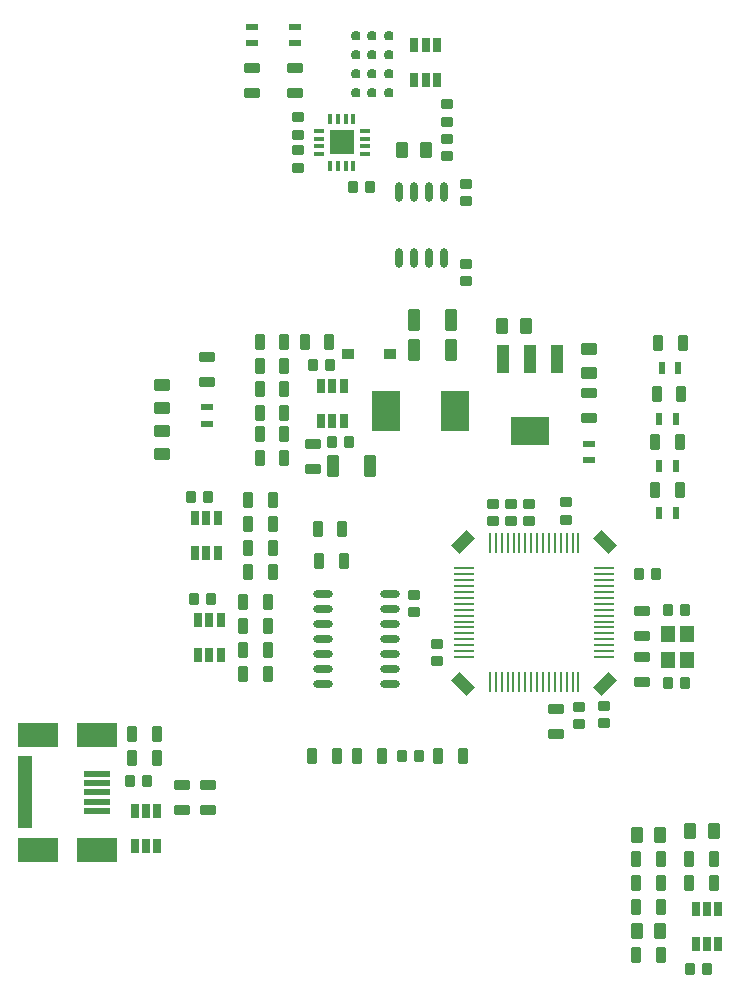
<source format=gbr>
%TF.GenerationSoftware,Altium Limited,Altium Designer,25.3.3 (18)*%
G04 Layer_Color=8421504*
%FSLAX45Y45*%
%MOMM*%
%TF.SameCoordinates,BD87FDF2-1F07-4250-B4CA-E9600B944348*%
%TF.FilePolarity,Positive*%
%TF.FileFunction,Paste,Top*%
%TF.Part,Single*%
G01*
G75*
%TA.AperFunction,SMDPad,CuDef*%
G04:AMPARAMS|DCode=10|XSize=0.95mm|YSize=0.85mm|CornerRadius=0.085mm|HoleSize=0mm|Usage=FLASHONLY|Rotation=270.000|XOffset=0mm|YOffset=0mm|HoleType=Round|Shape=RoundedRectangle|*
%AMROUNDEDRECTD10*
21,1,0.95000,0.68000,0,0,270.0*
21,1,0.78000,0.85000,0,0,270.0*
1,1,0.17000,-0.34000,-0.39000*
1,1,0.17000,-0.34000,0.39000*
1,1,0.17000,0.34000,0.39000*
1,1,0.17000,0.34000,-0.39000*
%
%ADD10ROUNDEDRECTD10*%
%ADD11R,1.15000X1.40000*%
G04:AMPARAMS|DCode=12|XSize=1.3mm|YSize=0.9mm|CornerRadius=0.09mm|HoleSize=0mm|Usage=FLASHONLY|Rotation=180.000|XOffset=0mm|YOffset=0mm|HoleType=Round|Shape=RoundedRectangle|*
%AMROUNDEDRECTD12*
21,1,1.30000,0.72000,0,0,180.0*
21,1,1.12000,0.90000,0,0,180.0*
1,1,0.18000,-0.56000,0.36000*
1,1,0.18000,0.56000,0.36000*
1,1,0.18000,0.56000,-0.36000*
1,1,0.18000,-0.56000,-0.36000*
%
%ADD12ROUNDEDRECTD12*%
G04:AMPARAMS|DCode=13|XSize=1.3mm|YSize=0.9mm|CornerRadius=0.09mm|HoleSize=0mm|Usage=FLASHONLY|Rotation=90.000|XOffset=0mm|YOffset=0mm|HoleType=Round|Shape=RoundedRectangle|*
%AMROUNDEDRECTD13*
21,1,1.30000,0.72000,0,0,90.0*
21,1,1.12000,0.90000,0,0,90.0*
1,1,0.18000,0.36000,0.56000*
1,1,0.18000,0.36000,-0.56000*
1,1,0.18000,-0.36000,-0.56000*
1,1,0.18000,-0.36000,0.56000*
%
%ADD13ROUNDEDRECTD13*%
%ADD14R,0.85000X0.35000*%
%ADD15R,0.35000X0.85000*%
%ADD16R,2.15000X2.15000*%
%ADD17R,0.22000X1.70000*%
%ADD18R,1.70000X0.22000*%
G04:AMPARAMS|DCode=19|XSize=1mm|YSize=1.8mm|CornerRadius=0mm|HoleSize=0mm|Usage=FLASHONLY|Rotation=315.000|XOffset=0mm|YOffset=0mm|HoleType=Round|Shape=Rectangle|*
%AMROTATEDRECTD19*
4,1,4,-0.98995,-0.28284,0.28284,0.98995,0.98995,0.28284,-0.28284,-0.98995,-0.98995,-0.28284,0.0*
%
%ADD19ROTATEDRECTD19*%

G04:AMPARAMS|DCode=20|XSize=1mm|YSize=1.8mm|CornerRadius=0mm|HoleSize=0mm|Usage=FLASHONLY|Rotation=225.000|XOffset=0mm|YOffset=0mm|HoleType=Round|Shape=Rectangle|*
%AMROTATEDRECTD20*
4,1,4,-0.28284,0.98995,0.98995,-0.28284,0.28284,-0.98995,-0.98995,0.28284,-0.28284,0.98995,0.0*
%
%ADD20ROTATEDRECTD20*%

%ADD21R,2.41300X3.42900*%
%ADD22R,0.65000X1.20000*%
G04:AMPARAMS|DCode=23|XSize=0.95mm|YSize=0.85mm|CornerRadius=0.085mm|HoleSize=0mm|Usage=FLASHONLY|Rotation=180.000|XOffset=0mm|YOffset=0mm|HoleType=Round|Shape=RoundedRectangle|*
%AMROUNDEDRECTD23*
21,1,0.95000,0.68000,0,0,180.0*
21,1,0.78000,0.85000,0,0,180.0*
1,1,0.17000,-0.39000,0.34000*
1,1,0.17000,0.39000,0.34000*
1,1,0.17000,0.39000,-0.34000*
1,1,0.17000,-0.39000,-0.34000*
%
%ADD23ROUNDEDRECTD23*%
%ADD24R,0.60000X1.00000*%
G04:AMPARAMS|DCode=25|XSize=1.4mm|YSize=0.95mm|CornerRadius=0.095mm|HoleSize=0mm|Usage=FLASHONLY|Rotation=0.000|XOffset=0mm|YOffset=0mm|HoleType=Round|Shape=RoundedRectangle|*
%AMROUNDEDRECTD25*
21,1,1.40000,0.76000,0,0,0.0*
21,1,1.21000,0.95000,0,0,0.0*
1,1,0.19000,0.60500,-0.38000*
1,1,0.19000,-0.60500,-0.38000*
1,1,0.19000,-0.60500,0.38000*
1,1,0.19000,0.60500,0.38000*
%
%ADD25ROUNDEDRECTD25*%
G04:AMPARAMS|DCode=26|XSize=0.762mm|YSize=0.762mm|CornerRadius=0.1905mm|HoleSize=0mm|Usage=FLASHONLY|Rotation=0.000|XOffset=0mm|YOffset=0mm|HoleType=Round|Shape=RoundedRectangle|*
%AMROUNDEDRECTD26*
21,1,0.76200,0.38100,0,0,0.0*
21,1,0.38100,0.76200,0,0,0.0*
1,1,0.38100,0.19050,-0.19050*
1,1,0.38100,-0.19050,-0.19050*
1,1,0.38100,-0.19050,0.19050*
1,1,0.38100,0.19050,0.19050*
%
%ADD26ROUNDEDRECTD26*%
%ADD27R,1.00000X0.60000*%
G04:AMPARAMS|DCode=28|XSize=1.85mm|YSize=1.05mm|CornerRadius=0.105mm|HoleSize=0mm|Usage=FLASHONLY|Rotation=90.000|XOffset=0mm|YOffset=0mm|HoleType=Round|Shape=RoundedRectangle|*
%AMROUNDEDRECTD28*
21,1,1.85000,0.84000,0,0,90.0*
21,1,1.64000,1.05000,0,0,90.0*
1,1,0.21000,0.42000,0.82000*
1,1,0.21000,0.42000,-0.82000*
1,1,0.21000,-0.42000,-0.82000*
1,1,0.21000,-0.42000,0.82000*
%
%ADD28ROUNDEDRECTD28*%
%ADD29R,1.05000X0.85000*%
G04:AMPARAMS|DCode=30|XSize=1.4mm|YSize=0.95mm|CornerRadius=0.095mm|HoleSize=0mm|Usage=FLASHONLY|Rotation=270.000|XOffset=0mm|YOffset=0mm|HoleType=Round|Shape=RoundedRectangle|*
%AMROUNDEDRECTD30*
21,1,1.40000,0.76000,0,0,270.0*
21,1,1.21000,0.95000,0,0,270.0*
1,1,0.19000,-0.38000,-0.60500*
1,1,0.19000,-0.38000,0.60500*
1,1,0.19000,0.38000,0.60500*
1,1,0.19000,0.38000,-0.60500*
%
%ADD30ROUNDEDRECTD30*%
%ADD31R,1.00000X2.35000*%
%ADD32R,3.30000X2.35000*%
%ADD33O,0.65000X1.65000*%
%ADD34O,1.65000X0.65000*%
%ADD35R,3.50000X2.00000*%
%ADD36R,2.30000X0.50800*%
%ADD37R,1.20000X6.20000*%
D10*
X5754700Y292100D02*
D03*
X5899700D02*
D03*
X2890000Y2990000D02*
D03*
X2745000D02*
D03*
X3055000Y2330000D02*
D03*
X2910000D02*
D03*
X3086942Y4491000D02*
D03*
X3231942D02*
D03*
X5937500Y-2130000D02*
D03*
X6082500D02*
D03*
X1736000Y1008400D02*
D03*
X1881000D02*
D03*
X1197500Y-533400D02*
D03*
X1342500D02*
D03*
X5647703Y1213619D02*
D03*
X5502703D02*
D03*
X3497600Y-323200D02*
D03*
X3642600D02*
D03*
X5899700Y914400D02*
D03*
X5754700D02*
D03*
X1710600Y1872000D02*
D03*
X1855600D02*
D03*
D11*
X5916100Y711200D02*
D03*
Y491200D02*
D03*
X5756100Y711200D02*
D03*
Y491200D02*
D03*
D12*
X5535100Y301400D02*
D03*
Y511400D02*
D03*
X1850000Y2845000D02*
D03*
Y3055000D02*
D03*
X2742500Y2315000D02*
D03*
Y2105000D02*
D03*
X2230000Y5290000D02*
D03*
Y5500000D02*
D03*
X2590000Y5290000D02*
D03*
Y5500000D02*
D03*
X5081400Y2536600D02*
D03*
Y2746600D02*
D03*
X1854200Y-568100D02*
D03*
Y-778100D02*
D03*
X1638300Y-568100D02*
D03*
Y-778100D02*
D03*
X4800000Y75000D02*
D03*
Y-135000D02*
D03*
X5535100Y695100D02*
D03*
Y905100D02*
D03*
D13*
X2885000Y3180000D02*
D03*
X2675000D02*
D03*
X5645000Y1930000D02*
D03*
X5855000D02*
D03*
X5645000Y2330000D02*
D03*
X5855000D02*
D03*
X5655000Y2740000D02*
D03*
X5865000D02*
D03*
X5665000Y3170000D02*
D03*
X5875000D02*
D03*
X2407000Y1237000D02*
D03*
X2197000D02*
D03*
X2407000Y1643400D02*
D03*
X2197000D02*
D03*
X2407000Y1846600D02*
D03*
X2197000D02*
D03*
X2407000Y1440200D02*
D03*
X2197000D02*
D03*
X2295000Y3180000D02*
D03*
X2505000D02*
D03*
X2295000Y2400000D02*
D03*
X2505000D02*
D03*
Y2200000D02*
D03*
X2295000D02*
D03*
Y2580000D02*
D03*
X2505000D02*
D03*
Y2780000D02*
D03*
X2295000D02*
D03*
X2505000Y2980000D02*
D03*
X2295000D02*
D03*
X5693000Y-1600200D02*
D03*
X5483000D02*
D03*
X5693000Y-2006600D02*
D03*
X5483000D02*
D03*
X5693000Y-1397000D02*
D03*
X5483000D02*
D03*
X5693000Y-1193800D02*
D03*
X5483000D02*
D03*
X6137500Y-1397000D02*
D03*
X5927500D02*
D03*
X6137500Y-1193800D02*
D03*
X5927500D02*
D03*
X2367000Y983000D02*
D03*
X2157000D02*
D03*
X2367000Y779800D02*
D03*
X2157000D02*
D03*
X2367000Y576600D02*
D03*
X2157000D02*
D03*
X2367000Y373400D02*
D03*
X2157000D02*
D03*
X2795000Y1330000D02*
D03*
X3005000D02*
D03*
X2785000Y1600000D02*
D03*
X2995000D02*
D03*
X1425800Y-139700D02*
D03*
X1215800D02*
D03*
Y-342900D02*
D03*
X1425800D02*
D03*
X4018000Y-323200D02*
D03*
X3808000D02*
D03*
X3122200D02*
D03*
X3332200D02*
D03*
X2741200D02*
D03*
X2951200D02*
D03*
D14*
X3185000Y4772500D02*
D03*
Y4837500D02*
D03*
Y4902500D02*
D03*
Y4967500D02*
D03*
X2795000D02*
D03*
Y4902500D02*
D03*
Y4837500D02*
D03*
Y4772500D02*
D03*
D15*
X3087500Y5065000D02*
D03*
X3022500D02*
D03*
X2957500D02*
D03*
X2892500D02*
D03*
Y4675000D02*
D03*
X2957500D02*
D03*
X3022500D02*
D03*
X3087500D02*
D03*
D16*
X2990000Y4870000D02*
D03*
D17*
X4243652Y298850D02*
D03*
X4793651D02*
D03*
X4344350Y1479150D02*
D03*
X4394350D02*
D03*
X4293652Y298850D02*
D03*
X4993650D02*
D03*
X4943650D02*
D03*
X4893650D02*
D03*
X4843650D02*
D03*
X4743651D02*
D03*
X4693651D02*
D03*
X4643651D02*
D03*
X4593651D02*
D03*
X4543651D02*
D03*
X4493651D02*
D03*
X4443651D02*
D03*
X4393651D02*
D03*
X4343651D02*
D03*
X4244350Y1479150D02*
D03*
X4294350D02*
D03*
X4444350D02*
D03*
X4494350D02*
D03*
X4544350D02*
D03*
X4594349D02*
D03*
X4644349D02*
D03*
X4694349D02*
D03*
X4744349D02*
D03*
X4794349D02*
D03*
X4844349D02*
D03*
X4894349D02*
D03*
X4944349D02*
D03*
X4994348D02*
D03*
D18*
X5209150Y514350D02*
D03*
Y564350D02*
D03*
Y864349D02*
D03*
Y1014349D02*
D03*
Y914349D02*
D03*
X4028850Y514350D02*
D03*
X4028850Y564350D02*
D03*
Y614350D02*
D03*
Y664349D02*
D03*
Y714349D02*
D03*
Y764349D02*
D03*
Y814349D02*
D03*
Y864349D02*
D03*
Y914349D02*
D03*
Y964349D02*
D03*
Y1014349D02*
D03*
Y1064349D02*
D03*
Y1114349D02*
D03*
Y1164348D02*
D03*
Y1214348D02*
D03*
Y1264348D02*
D03*
X5209150D02*
D03*
Y1214348D02*
D03*
Y1164348D02*
D03*
Y1114349D02*
D03*
Y1064349D02*
D03*
Y964349D02*
D03*
Y814349D02*
D03*
Y764349D02*
D03*
Y714349D02*
D03*
Y664349D02*
D03*
Y614350D02*
D03*
D19*
X4019000Y1489000D02*
D03*
X5219000Y289000D02*
D03*
D20*
Y1489000D02*
D03*
X4019000Y289000D02*
D03*
D21*
X3952100Y2600000D02*
D03*
X3367900D02*
D03*
D22*
X1428500Y-792300D02*
D03*
X1333500D02*
D03*
X1238500D02*
D03*
X1428500Y-1087300D02*
D03*
X1238500D02*
D03*
X1333500D02*
D03*
X2910000Y2512500D02*
D03*
X3005000D02*
D03*
X2815000D02*
D03*
Y2807500D02*
D03*
X3005000D02*
D03*
X2910000D02*
D03*
X3795000Y5402500D02*
D03*
X3700000D02*
D03*
X3605000D02*
D03*
Y5697500D02*
D03*
X3700000D02*
D03*
X3795000D02*
D03*
X1937900Y1689300D02*
D03*
X1842900D02*
D03*
X1747900D02*
D03*
Y1394300D02*
D03*
X1842900D02*
D03*
X1937900D02*
D03*
X1868300Y530700D02*
D03*
X1963300D02*
D03*
X1773300D02*
D03*
Y825700D02*
D03*
X1963300D02*
D03*
X1868300D02*
D03*
X6178300Y-1617800D02*
D03*
X6083300D02*
D03*
X5988300D02*
D03*
Y-1912800D02*
D03*
X6083300D02*
D03*
X6178300D02*
D03*
D23*
X4040000Y4377500D02*
D03*
Y4522500D02*
D03*
X2620000Y4657500D02*
D03*
Y4802500D02*
D03*
Y5082500D02*
D03*
Y4937500D02*
D03*
X3880000Y5192500D02*
D03*
Y5047500D02*
D03*
Y4757500D02*
D03*
Y4902500D02*
D03*
X4040000Y3842500D02*
D03*
Y3697500D02*
D03*
X3600000Y897500D02*
D03*
Y1042500D02*
D03*
X3800000Y622500D02*
D03*
Y477500D02*
D03*
X5000000Y-52500D02*
D03*
Y92500D02*
D03*
X5208400Y-47100D02*
D03*
Y97900D02*
D03*
X4273200Y1812400D02*
D03*
Y1667400D02*
D03*
X4890000Y1822500D02*
D03*
Y1677500D02*
D03*
X4425600Y1667400D02*
D03*
Y1812400D02*
D03*
X4578000D02*
D03*
Y1667400D02*
D03*
D24*
X5680000Y1730000D02*
D03*
X5820000D02*
D03*
X5680000Y2130000D02*
D03*
X5820000D02*
D03*
X5680000Y2530000D02*
D03*
X5820000D02*
D03*
X5700000Y2960000D02*
D03*
X5840000D02*
D03*
D25*
X1470000Y2430000D02*
D03*
Y2230000D02*
D03*
Y2820000D02*
D03*
Y2620000D02*
D03*
X5081400Y2921000D02*
D03*
Y3121000D02*
D03*
D26*
X3250000Y5610000D02*
D03*
X3389700D02*
D03*
X3110300D02*
D03*
X3389700Y5290000D02*
D03*
X3250000D02*
D03*
X3110300D02*
D03*
X3389400Y5450000D02*
D03*
X3249700D02*
D03*
X3110000D02*
D03*
X3389700Y5770000D02*
D03*
X3250000D02*
D03*
X3110300D02*
D03*
D27*
X1850000Y2630000D02*
D03*
Y2490000D02*
D03*
X2230000Y5850000D02*
D03*
Y5710000D02*
D03*
X2590000Y5850000D02*
D03*
Y5710000D02*
D03*
X5081400Y2177900D02*
D03*
Y2317900D02*
D03*
D28*
X3230000Y2130000D02*
D03*
X2915000D02*
D03*
X3917500Y3370000D02*
D03*
X3602500D02*
D03*
X3917500Y3110000D02*
D03*
X3602500D02*
D03*
D29*
X3400000Y3080000D02*
D03*
X3040000D02*
D03*
D30*
X3700000Y4810000D02*
D03*
X3500000D02*
D03*
X4350000Y3320000D02*
D03*
X4550000D02*
D03*
X5688000Y-1803400D02*
D03*
X5488000D02*
D03*
X5688000Y-990600D02*
D03*
X5488000D02*
D03*
X6140000Y-960000D02*
D03*
X5940000D02*
D03*
D31*
X4816100Y3033000D02*
D03*
X4586100D02*
D03*
X4356100D02*
D03*
D32*
X4586100Y2428000D02*
D03*
D33*
X3727000Y4455000D02*
D03*
X3854000D02*
D03*
X3600000D02*
D03*
X3473000D02*
D03*
Y3890000D02*
D03*
X3600000D02*
D03*
X3727000D02*
D03*
X3854000D02*
D03*
D34*
X3395400Y919500D02*
D03*
Y1046500D02*
D03*
Y665500D02*
D03*
Y792500D02*
D03*
Y538500D02*
D03*
Y284500D02*
D03*
Y411500D02*
D03*
X2830400Y538500D02*
D03*
Y665500D02*
D03*
Y1046500D02*
D03*
Y792500D02*
D03*
Y919500D02*
D03*
Y284500D02*
D03*
Y411500D02*
D03*
D35*
X420800Y-147760D02*
D03*
X920800D02*
D03*
X420800Y-1117760D02*
D03*
X920800D02*
D03*
D36*
X915800Y-632780D02*
D03*
Y-472760D02*
D03*
Y-552770D02*
D03*
Y-792800D02*
D03*
Y-712790D02*
D03*
D37*
X305800Y-632490D02*
D03*
%TF.MD5,d4091abd6d9b3f3b10c650b01ad23005*%
M02*

</source>
